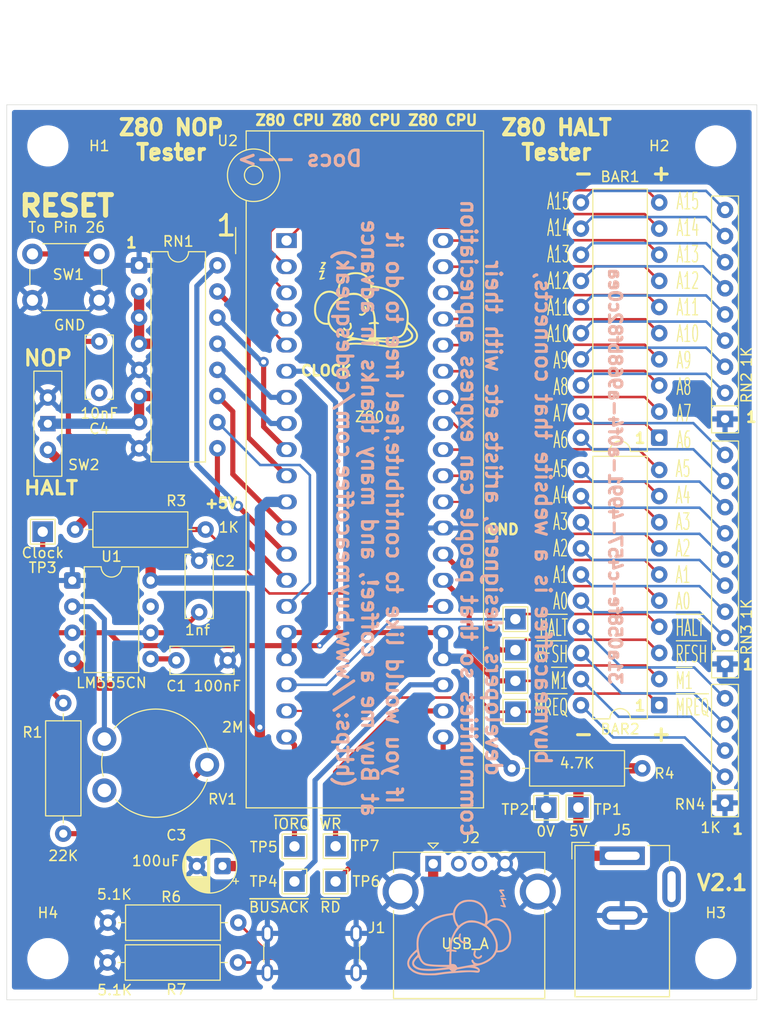
<source format=kicad_pcb>
(kicad_pcb (version 20241229) (generator "pcbnew") (generator_version "9.0")
  (title_block (title "Z80 HALT NOP Tester") (date "2026-01-31") (rev "2.1"))
  (layers (0 "F.Cu" signal) (2 "B.Cu" signal) (13 "F.Paste" user) (15 "B.Paste" user) (5 "F.SilkS" user "F.Silkscreen") (7 "B.SilkS" user "B.Silkscreen") (1 "F.Mask" user) (3 "B.Mask" user) (25 "Edge.Cuts" user))
  (net 0 "")
  (net 1 "Net-(RN2-R2)")
  (net 2 "Net-(RN2-R8)")
  (net 3 "Net-(U2-A14)")
  (net 4 "Net-(RN2-R6)")
  (net 5 "Net-(U2-A15)")
  (net 6 "Net-(RN2-R7)")
  (net 7 "Net-(RN2-R5)")
  (net 8 "Net-(U2-A13)")
  (net 9 "Net-(U2-A12)")
  (net 10 "Net-(RN2-R3)")
  (net 11 "Net-(U2-A8)")
  (net 12 "Net-(RN2-R1)")
  (net 13 "Net-(U2-A11)")
  (net 14 "Net-(U2-A9)")
  (net 15 "Net-(U2-A10)")
  (net 16 "Net-(RN2-R4)")
  (net 17 "Net-(RN3-R1)")
  (net 18 "Net-(U2-A5)")
  (net 19 "Net-(RN3-R5)")
  (net 20 "Net-(U2-A1)")
  (net 21 "Net-(RN3-R7)")
  (net 22 "Net-(RN3-R6)")
  (net 23 "Net-(RN3-R4)")
  (net 24 "Net-(RN3-R8)")
  (net 25 "Net-(U2-A3)")
  (net 26 "Net-(RN3-R2)")
  (net 27 "Net-(U2-A0)")
  (net 28 "Net-(U2-A6)")
  (net 29 "Net-(U2-A2)")
  (net 30 "Net-(U2-A4)")
  (net 31 "Net-(RN3-R3)")
  (net 32 "Net-(U2-A7)")
  (net 33 "Net-(U1-CV)")
  (net 34 "GND")
  (net 35 "Net-(R1-Pad2)")
  (net 37 "Net-(U1-THR)")
  (net 38 "Net-(U2-~{RESET})")
  (net 39 "HALT")
  (net 40 "Net-(U2-~{RD})")
  (net 41 "CLOCK")
  (net 42 "Net-(RN4-R2)")
  (net 43 "Net-(RN4-R4)")
  (net 44 "Net-(U2-~{BUSACK})")
  (net 45 "MREQ")
  (net 46 "Net-(U2-~{IORQ})")
  (net 47 "Net-(RN4-R1)")
  (net 48 "PWR")
  (net 49 "Net-(J1-CC1)")
  (net 50 "Net-(J1-CC2)")
  (net 53 "M1")
  (net 54 "Net-(RN4-R3)")
  (net 55 "RFSH")
  (net 56 "Net-(U2-~{BUSRQ})")
  (net 58 "Net-(U2-~{WR})")
  (net 59 "Net-(RN1-R2.1)")
  (net 60 "Net-(RN1-R2.2)")
  (net 61 "Net-(RN1-R1.2)")
  (net 62 "Net-(RN1-R6.2)")
  (net 63 "Net-(RN1-R3.2)")
  (net 64 "Net-(RN1-R5.2)")
  (net 65 "Net-(RN1-R7.2)")
  (net 66 "Net-(RN1-R4.2)")
  (net 67 "Net-(RN1-R8.2)")
  (net 68 "Net-(C4-Pad2)")
  (footprint "Connector_USB:USB_A_Kycon_KUSBX-AS1N-B_Horizontal" (layer "F.Cu") (at 152.5 181.7725)
    (property "Reference" "J2")
    (property "Value" "USB_A")
  )
  (footprint "TestPoint:TestPoint_THTPad_2.0x2.0mm_Drill1.0mm" (layer "F.Cu") (at 143 183.5)
    (property "Reference" "TP6")
    (property "Value" "~{RD}")
  )
  (footprint "TestPoint:TestPoint_THTPad_2.0x2.0mm_Drill1.0mm" (layer "F.Cu") (at 143 180.068481)
    (property "Reference" "TP7")
    (property "Value" "~{WR}")
  )
  (footprint "TestPoint:TestPoint_THTPad_2.0x2.0mm_Drill1.0mm" (layer "F.Cu") (at 160.5 164 180)
    (property "Reference" "TP10" (hide yes))
    (property "Value" "~{M1}")
  )
  (footprint "Package_DIP:DIP-16_W7.62mm" (layer "F.Cu") (at 123.88 123.61)
    (property "Reference" "RN1")
    (property "Value" "R_Pack08")
  )
  (footprint "Capacitor_THT:C_Disc_D6.0mm_W2.5mm_P5.00mm" (layer "F.Cu") (at 127.5 162)
    (property "Reference" "C1")
    (property "Value" "100nF")
  )
  (footprint "TestPoint:TestPoint_THTPad_2.0x2.0mm_Drill1.0mm" (layer "F.Cu") (at 160.5 167 180)
    (property "Reference" "TP9" (hide yes))
    (property "Value" "~{MREQ}")
  )
  (footprint "TestPoint:TestPoint_THTPad_2.0x2.0mm_Drill1.0mm" (layer "F.Cu") (at 139 183.5)
    (property "Reference" "TP4")
    (property "Value" "~{BUSACK}")
  )
  (footprint "Resistor_THT:R_Axial_DIN0309_L9.0mm_D3.2mm_P12.70mm_Horizontal" (layer "F.Cu") (at 160.15 172.5)
    (property "Reference" "R4")
    (property "Value" "4.7K")
  )
  (footprint "Resistor_THT:R_Axial_DIN0309_L9.0mm_D3.2mm_P12.70mm_Horizontal" (layer "F.Cu") (at 133.5 191.373394 180)
    (property "Reference" "R7")
    (property "Value" "5.1K")
  )
  (footprint "Capacitor_THT:CP_Radial_D5.0mm_P2.50mm" (layer "F.Cu") (at 132 182 180)
    (property "Reference" "C3")
    (property "Value" "100uF")
  )
  (footprint "Capacitor_THT:C_Disc_D6.0mm_W2.5mm_P5.00mm" (layer "F.Cu") (at 120 131 -90)
    (property "Reference" "C4")
    (property "Value" "10nF")
  )
  (footprint "80_Bus:DIP_Socket-40_W11.9_W12.7_W15.24_W17.78_W18.5_ZIF" (layer "F.Cu") (at 138.228304 121.200805)
    (property "Reference" "U2")
    (property "Value" "Z80")
  )
  (footprint "80_Bus:sleepymouse_very_very_small" (layer "F.Cu") (at 146 127.5)
    (property "Reference" "G001" (hide yes))
    (property "Value" "LOGO" (hide yes))
  )
  (footprint "Resistor_THT:R_Axial_DIN0309_L9.0mm_D3.2mm_P12.70mm_Horizontal" (layer "F.Cu") (at 116.5 166.15 -90)
    (property "Reference" "R1")
    (property "Value" "22K")
  )
  (footprint "Package_DIP:DIP-8_W7.62mm" (layer "F.Cu") (at 117.38 154.239613)
    (property "Reference" "U1")
    (property "Value" "LM555CN")
  )
  (footprint "Resistor_THT:R_Array_SIP5" (layer "F.Cu") (at 180.899268 175.851896 90)
    (property "Reference" "RN4")
    (property "Value" "1K")
  )
  (footprint "TestPoint:TestPoint_THTPad_2.0x2.0mm_Drill1.0mm" (layer "F.Cu") (at 160.5 158 180)
    (property "Reference" "TP8" (hide yes))
    (property "Value" "~{HALT}")
  )
  (footprint "Potentiometer_THT:Potentiometer_Piher_PT-10-V10_Vertical" (layer "F.Cu") (at 120.5 174.65)
    (property "Reference" "RV1")
    (property "Value" "2M")
  )
  (footprint "TestPoint:TestPoint_THTPad_2.0x2.0mm_Drill1.0mm" (layer "F.Cu") (at 163.5 176.328313)
    (property "Reference" "TP2")
    (property "Value" "0V")
  )
  (footprint "Connector_USB:USB_C_Receptacle_GCT_USB4125-xx-x-0190_6P_TopMnt_Horizontal" (layer "F.Cu") (at 140.68 191.539913)
    (property "Reference" "J1")
    (property "Value" "USB_C_Receptacle_PowerOnly_6P" (hide yes))
  )
  (footprint "Button_Switch_THT:SW_PUSH_6mm_H5mm" (layer "F.Cu") (at 113.5 122.5)
    (property "Reference" "SW1")
    (property "Value" "SW_Push")
  )
  (footprint "Capacitor_THT:C_Disc_D6.0mm_W2.5mm_P5.00mm" (layer "F.Cu") (at 129.725758 157.318268 90)
    (property "Reference" "C2")
    (property "Value" "1nf")
  )
  (footprint "Resistor_THT:R_Axial_DIN0309_L9.0mm_D3.2mm_P12.70mm_Horizontal" (layer "F.Cu") (at 130.35 149.28821 180)
    (property "Reference" "R3")
    (property "Value" "1K")
  )
  (footprint "MountingHole:MountingHole_3.5mm" (layer "F.Cu") (at 180 191)
    (property "Reference" "H3")
    (property "Value" "MountingHole")
  )
  (footprint "TestPoint:TestPoint_THTPad_2.0x2.0mm_Drill1.0mm" (layer "F.Cu") (at 160.5 161 180)
    (property "Reference" "TP11" (hide yes))
    (property "Value" "~{RFSH}")
  )
  (footprint "Resistor_THT:R_Axial_DIN0309_L9.0mm_D3.2mm_P12.70mm_Horizontal" (layer "F.Cu") (at 133.531749 187.5 180)
    (property "Reference" "R6")
    (property "Value" "5.1K")
  )
  (footprint "Connector_BarrelJack:BarrelJack_Wuerth_6941xx301002" (layer "F.Cu") (at 170.9 181)
    (property "Reference" "J5")
    (property "Value" "Barrel_Jack")
  )
  (footprint "TestPoint:TestPoint_THTPad_2.0x2.0mm_Drill1.0mm" (layer "F.Cu") (at 139 180.083474)
    (property "Reference" "TP5")
    (property "Value" "~{IORQ}")
  )
  (footprint "Resistor_THT:R_Array_SIP9" (layer "F.Cu") (at 180.905566 162.352881 90)
    (property "Reference" "RN3")
    (property "Value" "1K")
  )
  (footprint "MountingHole:MountingHole_3.5mm" (layer "F.Cu") (at 180 112)
    (property "Reference" "H2")
    (property "Value" "MountingHole")
  )
  (footprint "80_Bus:SW_Slide-03_Pin-2-Common_10x2.5x6.4_P2.54mm" (layer "F.Cu") (at 115 139 -90)
    (property "Reference" "SW2")
    (property "Value" "SW_SPDT")
  )
  (footprint "Package_DIP:DIP-20_W7.62mm" (layer "F.Cu") (at 174.5 166.36 180)
    (property "Reference" "BAR2")
    (property "Value" "LED_Bar_10")
  )
  (footprint "TestPoint:TestPoint_THTPad_2.0x2.0mm_Drill1.0mm" (layer "F.Cu") (at 114.5 149.5)
    (property "Reference" "TP3")
    (property "Value" "Clock")
  )
  (footprint "MountingHole:MountingHole_3.5mm" (layer "F.Cu") (at 115 191)
    (property "Reference" "H4")
    (property "Value" "MountingHole")
  )
  (footprint "MountingHole:MountingHole_3.5mm" (layer "F.Cu") (at 115 112)
    (property "Reference" "H1")
    (property "Value" "MountingHole")
  )
  (footprint "Resistor_THT:R_Array_SIP9" (layer "F.Cu") (at 180.905081 138.539142 90)
    (property "Reference" "RN2")
    (property "Value" "1K")
  )
  (footprint "Package_DIP:DIP-20_W7.62mm" (layer "F.Cu") (at 174.5 140.36 180)
    (property "Reference" "BAR1")
    (property "Value" "LED_Bar_10")
  )
  (footprint "TestPoint:TestPoint_THTPad_2.0x2.0mm_Drill1.0mm" (layer "F.Cu") (at 166.63258 176.307147)
    (property "Reference" "TP1")
    (property "Value" "5V")
  )
  (footprint "80_Bus:sleepymouse_very_very_small" (layer "B.Cu") (at 155 188.5 180)
    (property "Reference" "G002" (hide yes))
    (property "Value" "LOGO" (hide yes))
  )
  (gr_line (start 184 108) (end 184 195) (stroke (width 0.05)) (layer "Edge.Cuts"))
  (gr_line (start 111 195) (end 184 195) (stroke (width 0.05)) (layer "Edge.Cuts"))
  (gr_line (start 111 108) (end 111 195) (stroke (width 0.05)) (layer "Edge.Cuts"))
  (gr_line (start 111 108) (end 184 108) (stroke (width 0.05)) (layer "Edge.Cuts"))
  (gr_text "Z80 NOP\nTester" (at 127 113.5 0) (layer "F.SilkS") (effects (font (size 1.5 1.5) (thickness 0.375) (bold yes)) (justify bottom)))
  (gr_text "-     +" (at 166 170 0) (layer "F.SilkS") (effects (font (size 1.5 1.5) (thickness 0.3) (bold yes)) (justify left bottom)))
  (gr_text "NOP" (at 112.5 133.5 0) (layer "F.SilkS") (effects (font (size 1.5 1.5) (thickness 0.3) (bold yes)) (justify left bottom)))
  (gr_text "A5\nA4\nA3\nA2\nA1\nA0\n~{HALT}\n~{RFSH}\n~{M1}\n~{MREQ}\n" (at 165.7 167.5 0) (layer "F.SilkS") (effects (font (size 1.6 0.8) (thickness 0.125) (bold yes)) (justify right bottom)))
  (gr_text "V2.1" (at 178 184.5 0) (layer "F.SilkS") (effects (font (size 1.5 1.5) (thickness 0.3) (bold yes)) (justify left bottom)))
  (gr_text "HALT" (at 112.5 146 0) (layer "F.SilkS") (effects (font (size 1.3 1.5) (thickness 0.3) (bold yes)) (justify left bottom)))
  (gr_text "1" (at 182.5 163 0) (layer "F.SilkS") (effects (font (size 1 1) (thickness 0.25) (bold yes)) (justify left bottom)))
  (gr_text "1" (at 181.5 179 0) (layer "F.SilkS") (effects (font (size 1 1) (thickness 0.25) (bold yes)) (justify left bottom)))
  (gr_text "A5\nA4\nA3\nA2\nA1\nA0\n~{HALT}\n~{RFSH}\n~{M1}\n~{MREQ}\n" (at 176.003407 167.5 0) (layer "F.SilkS") (effects (font (size 1.6 0.8) (thickness 0.125) (bold yes)) (justify left bottom)))
  (gr_text "1" (at 182.82643 138.950592 0) (layer "F.SilkS") (effects (font (size 1 1) (thickness 0.25) (bold yes)) (justify left bottom)))
  (gr_text "1" (at 172 141 0) (layer "F.SilkS") (effects (font (size 1 1) (thickness 0.25) (bold yes)) (justify left bottom)))
  (gr_text "1" (at 172 167 0) (layer "F.SilkS") (effects (font (size 1 1) (thickness 0.25) (bold yes)) (justify left bottom)))
  (gr_text "A15\nA14\nA13\nA12\nA11\nA10\nA9\nA8\nA7\nA6" (at 176.084959 141.5 0) (layer "F.SilkS") (effects (font (size 1.6 0.8) (thickness 0.125) (bold yes)) (justify left bottom)))
  (gr_text "-     +" (at 166 115.5 0) (layer "F.SilkS") (effects (font (size 1.5 1.5) (thickness 0.3) (bold yes)) (justify left bottom)))
  (gr_text "GND" (at 115.5 130 0) (layer "F.SilkS") (effects (font (size 1 1)) (justify left bottom)))
  (gr_text "RESET" (at 112 119 0) (layer "F.SilkS") (effects (font (size 2 2) (thickness 0.5) (bold yes)) (justify left bottom)))
  (gr_text "GND" (at 157.593617 149.865284 0) (layer "F.SilkS") (effects (font (size 1 1) (thickness 0.25) (bold yes)) (justify left bottom)))
  (gr_text "1" (at 131.212646 120.917795 0) (layer "F.SilkS") (effects (font (size 2 2) (thickness 0.3) (bold yes)) (justify left bottom)))
  (gr_text "+5V" (at 130.170674 147.309497 0) (layer "F.SilkS") (effects (font (size 1 1) (thickness 0.25) (bold yes)) (justify left bottom)))
  (gr_text "1" (at 122.5 122 0) (layer "F.SilkS") (effects (font (size 1 1) (thickness 0.25) (bold yes)) (justify left bottom)))
  (gr_text "CLOCK" (at 139.5 134.428048 0) (layer "F.SilkS") (effects (font (size 1 1) (thickness 0.25) (bold yes)) (justify left bottom)))
  (gr_text "Z80 HALT\nTester" (at 164.5 113.5 0) (layer "F.SilkS") (effects (font (size 1.5 1.5) (thickness 0.375) (bold yes)) (justify bottom)))
  (gr_text "To Pin 26" (at 113 120.5 0) (layer "F.SilkS") (effects (font (size 1 1)) (justify left bottom)))
  (gr_text "Z80 CPU Z80 CPU Z80 CPU" (at 146 109.5 0) (layer "F.SilkS") (effects (font (size 1 1) (thickness 0.25) (bold yes))))
  (gr_text "A15\nA14\nA13\nA12\nA11\nA10\n A9\n A8\n A7\n A6" (at 163.5 141.5 0) (layer "F.SilkS") (effects (font (size 1.6 0.8) (thickness 0.125) (bold yes)) (justify left bottom)))
  (gr_text "Docs -->" (at 145.74978 114.103638 0) (layer "B.SilkS") (effects (font (size 1.5 1.5) (thickness 0.3) (bold yes)) (justify left bottom mirror)))
  (gr_text "buymeacoffee is a website that connects,\n\ndevelopers, designers, artists etc with their\ncommunities so that people can express appreciation\n\n\nIf you would like to contribute,feel free to do it\nat Buy me a coffee!, and many thanks in advance\n(https://www.buymeacoffee.com/codesqueak)\n" (at 143 148.178393 270) (layer "B.SilkS") (effects (font (size 1.5 1.5) (thickness 0.3) (bold yes)) (justify bottom mirror)))
  (gr_text "31a058fe-c457-4991-a0f4-a968bf82c0ea" (at 169.5 164.5 270) (layer "B.SilkS") (effects (font (size 1.2 1.2) (thickness 0.3) (bold yes)) (justify left bottom mirror)))
  (segment (start 179.059939 131.614) (end 180.905081 133.459142) (width 0.25) (layer "B.Cu") (net 1))
  (segment (start 168.006 131.614) (end 179.059939 131.614) (width 0.25) (layer "B.Cu") (net 1))
  (segment (start 166.88 132.74) (end 168.006 131.614) (width 0.25) (layer "B.Cu") (net 1))
  (segment (start 168.006 116.374) (end 179.059939 116.374) (width 0.25) (layer "B.Cu") (net 2))
  (segment (start 166.88 117.5) (end 168.006 116.374) (width 0.25) (layer "B.Cu") (net 2))
  (segment (start 179.059939 116.374) (end 180.905081 118.219142) (width 0.25) (layer "B.Cu") (net 2))
  (segment (start 134.85624 125.448741) (end 134.85624 118.618948) (width 0.25) (layer "F.Cu") (net 3))
  (segment (start 163.483554 117.222776) (end 164.886778 118.626) (width 0.25) (layer "F.Cu") (net 3))
  (segment (start 136.252412 117.222776) (end 163.483554 117.222776) (width 0.25) (layer "F.Cu") (net 3))
  (segment (start 134.85624 118.618948) (end 136.252412 117.222776) (width 0.25) (layer "F.Cu") (net 3))
  (segment (start 138.228304 128.820805) (end 134.85624 125.448741) (width 0.25) (layer "F.Cu") (net 3))
  (segment (start 173.086 118.626) (end 174.5 120.04) (width 0.25) (layer "F.Cu") (net 3))
  (segment (start 164.886778 118.626) (end 173.086 118.626) (width 0.25) (layer "F.Cu") (net 3))
  (segment (start 168.006 121.454) (end 179.059939 121.454) (width 0.25) (layer "B.Cu") (net 4))
  (segment (start 166.88 122.58) (end 168.006 121.454) (width 0.25) (layer "B.Cu") (net 4))
  (segment (start 179.059939 121.454) (end 180.905081 123.299142) (width 0.25) (layer "B.Cu") (net 4))
  (segment (start 173.306967 116.306967) (end 174.5 117.5) (width 0.25) (layer "F.Cu") (net 5))
  (segment (start 133.727087 118.542846) (end 135.962966 116.306967) (width 0.25) (layer "F.Cu") (net 5))
  (segment (start 135.962966 116.306967) (end 173.306967 116.306967) (width 0.25) (layer "F.Cu") (net 5))
  (segment (start 133.727087 126.859588) (end 133.727087 118.542846) (width 0.25) (layer "F.Cu") (net 5))
  (segment (start 138.228304 131.360805) (end 133.727087 126.859588) (width 0.25) (layer "F.Cu") (net 5))
  (segment (start 166.88 120.04) (end 168.006 118.914) (width 0.25) (layer "B.Cu") (net 6))
  (segment (start 179.059939 118.914) (end 180.905081 120.759142) (width 0.25) (layer "B.Cu") (net 6))
  (segment (start 168.006 118.914) (end 179.059939 118.914) (width 0.25) (layer "B.Cu") (net 6))
  (segment (start 166.88 125.12) (end 168.294 123.706) (width 0.25) (layer "B.Cu") (net 7))
  (segment (start 168.294 123.706) (end 178.771939 123.706) (width 0.25) (layer "B.Cu") (net 7))
  (segment (start 178.771939 123.706) (end 180.905081 125.839142) (width 0.25) (layer "B.Cu") (net 7))
  (segment (start 135.744753 120.001078) (end 137.612652 118.133179) (width 0.25) (layer "F.Cu") (net 8))
  (segment (start 173.086 121.166) (end 174.5 122.58) (width 0.25) (layer "F.Cu") (net 8))
  (segment (start 164.886778 121.166) (end 173.086 121.166) (width 0.25) (layer "F.Cu") (net 8))
  (segment (start 137.612652 118.133179) (end 161.853957 118.133179) (width 0.25) (layer "F.Cu") (net 8))
  (segment (start 135.744753 123.797254) (end 135.744753 120.001078) (width 0.25) (layer "F.Cu") (net 8))
  (segment (start 138.228304 126.280805) (end 135.744753 123.797254) (width 0.25) (layer "F.Cu") (net 8))
  (segment (start 161.853957 118.133179) (end 164.886778 121.166) (width 0.25) (layer "F.Cu") (net 8))
  (segment (start 160.226451 119.045673) (end 164.886778 123.706) (width 0.25) (layer "F.Cu") (net 9))
  (segment (start 173.086 123.706) (end 174.5 125.12) (width 0.25) (layer "F.Cu") (net 9))
  (segment (start 136.662863 120.339438) (end 137.956628 119.045673) (width 0.25) (layer "F.Cu") (net 9))
  (segment (start 136.662863 122.175364) (end 136.662863 120.339438) (width 0.25) (layer "F.Cu") (net 9))
  (segment (start 137.956628 119.045673) (end 160.226451 119.045673) (width 0.25) (layer "F.Cu") (net 9))
  (segment (start 164.886778 123.706) (end 173.086 123.706) (width 0.25) (layer "F.Cu") (net 9))
  (segment (start 138.228304 123.740805) (end 136.662863 122.175364) (width 0.25) (layer "F.Cu") (net 9))
  (segment (start 179.059939 129.074) (end 180.905081 130.919142) (width 0.25) (layer "B.Cu") (net 10))
  (segment (start 168.006 129.074) (end 179.059939 129.074) (width 0.25) (layer "B.Cu") (net 10))
  (segment (start 166.88 130.2) (end 168.006 129.074) (width 0.25) (layer "B.Cu") (net 10))
  (segment (start 153.468304 126.280805) (end 157.301583 126.280805) (width 0.25) (layer "F.Cu") (net 11))
  (segment (start 157.301583 126.280805) (end 164.886778 133.866) (width 0.25) (layer "F.Cu") (net 11))
  (segment (start 164.886778 133.866) (end 173.086 133.866) (width 0.25) (layer "F.Cu") (net 11))
  (segment (start 173.086 133.866) (end 174.5 135.28) (width 0.25) (layer "F.Cu") (net 11))
  (segment (start 168.006 134.154) (end 179.059939 134.154) (width 0.25) (layer "B.Cu") (net 12))
  (segment (start 179.059939 134.154) (end 180.905081 135.999142) (width 0.25) (layer "B.Cu") (net 12))
  (segment (start 166.88 135.28) (end 168.006 134.154) (width 0.25) (layer "B.Cu") (net 12))
  (segment (start 139.479304 119.949805) (end 158.590583 119.949805) (width 0.25) (layer "F.Cu") (net 13))
  (segment (start 173.34 126.5) (end 174.5 127.66) (width 0.25) (layer "F.Cu") (net 13))
  (segment (start 165.140778 126.5) (end 173.34 126.5) (width 0.25) (layer "F.Cu") (net 13))
  (segment (start 158.590583 119.949805) (end 165.140778 126.5) (width 0.25) (layer "F.Cu") (net 13))
  (segment (start 138.228304 121.200805) (end 139.479304 119.949805) (width 0.25) (layer "F.Cu") (net 13))
  (segment (start 157.301583 123.740805) (end 164.886778 131.326) (width 0.25) (layer "F.Cu") (net 14))
  (segment (start 153.468304 123.740805) (end 157.301583 123.740805) (width 0.25) (layer "F.Cu") (net 14))
  (segment (start 164.886778 131.326) (end 173.086 131.326) (width 0.25) (layer "F.Cu") (net 14))
  (segment (start 173.086 131.326) (end 174.5 132.74) (width 0.25) (layer "F.Cu") (net 14))
  (segment (start 173.15 128.85) (end 174.5 130.2) (width 0.25) (layer "F.Cu") (net 15))
  (segment (start 164.950778 128.85) (end 173.15 128.85) (width 0.25) (layer "F.Cu") (net 15))
  (segment (start 153.468304 121.200805) (end 157.301583 121.200805) (width 0.25) (layer "F.Cu") (net 15))
  (segment (start 157.301583 121.200805) (end 164.950778 128.85) (width 0.25) (layer "F.Cu") (net 15))
  (segment (start 168.006 126.534) (end 179.059939 126.534) (width 0.25) (layer "B.Cu") (net 16))
  (segment (start 166.88 127.66) (end 168.006 126.534) (width 0.25) (layer "B.Cu") (net 16))
  (segment (start 179.059939 126.534) (end 180.905081 128.379142) (width 0.25) (layer "B.Cu") (net 16))
  (segment (start 168.006 157.326) (end 178.418685 157.326) (width 0.25) (layer "B.Cu") (net 17))
  (segment (start 166.88 156.2) (end 168.006 157.326) (width 0.25) (layer "B.Cu") (net 17))
  (segment (start 178.418685 157.326) (end 180.905566 159.812881) (width 0.25) (layer "B.Cu") (net 17))
  (segment (start 164.173547 141.486) (end 172.486 141.486) (width 0.25) (layer "F.Cu") (net 18))
  (segment (start 172.486 141.486) (end 174.5 143.5) (width 0.25) (layer "F.Cu") (net 18))
  (segment (start 156.588352 133.900805) (end 164.173547 141.486) (width 0.25) (layer "F.Cu") (net 18))
  (segment (start 153.468304 133.900805) (end 156.588352 133.900805) (width 0.25) (layer "F.Cu") (net 18))
  (segment (start 178.418685 147.166) (end 180.905566 149.652881) (width 0.25) (layer "B.Cu") (net 19))
  (segment (start 166.88 146.04) (end 168.006 147.166) (width 0.25) (layer "B.Cu") (net 19))
  (segment (start 168.006 147.166) (end 178.418685 147.166) (width 0.25) (layer "B.Cu") (net 19))
  (segment (start 155.560805 144.060805) (end 163.746 152.246) (width 0.25) (layer "F.Cu") (net 20))
  (segment (start 173.086 152.246) (end 174.5 153.66) (width 0.25) (layer "F.Cu") (net 20))
  (segment (start 163.746 152.246) (end 173.086 152.246) (width 0.25) (layer "F.Cu") (net 20))
  (segment (start 153.468304 144.060805) (end 155.560805 144.060805) (width 0.25) (layer "F.Cu") (net 20))
  (segment (start 168.006 141.486) (end 177.818685 141.486) (width 0.25) (layer "B.Cu") (net 21))
  (segment (start 177.818685 141.486) (end 180.905566 144.572881) (width 0.25) (layer "B.Cu") (net 21))
  (segment (start 166.88 140.36) (end 168.006 141.486) (width 0.25) (layer "B.Cu") (net 21))
  (segment (start 168.006 144.626) (end 178.418685 144.626) (width 0.25) (layer "B.Cu") (net 22))
  (segment (start 178.418685 144.626) (end 180.905566 147.112881) (width 0.25) (layer "B.Cu") (net 22))
  (segment (start 166.88 143.5) (end 168.006 144.626) (width 0.25) (layer "B.Cu") (net 22))
  (segment (start 168.006 149.706) (end 178.418685 149.706) (width 0.25) (layer "B.Cu") (net 23))
  (segment (start 166.88 148.58) (end 168.006 149.706) (width 0.25) (layer "B.Cu") (net 23))
  (segment (start 178.418685 149.706) (end 180.905566 152.192881) (width 0.25) (layer "B.Cu") (net 23))
  (segment (start 177.818685 138.946) (end 180.905566 142.032881) (width 0.25) (layer "B.Cu") (net 24))
  (segment (start 166.88 137.82) (end 168.006 138.946) (width 0.25) (layer "B.Cu") (net 24))
  (segment (start 168.006 138.946) (end 177.818685 138.946) (width 0.25) (layer "B.Cu") (net 24))
  (segment (start 173.086 147.166) (end 174.5 148.58) (width 0.25) (layer "F.Cu") (net 25))
  (segment (start 153.468304 138.980805) (end 154.480805 138.980805) (width 0.25) (layer "F.Cu") (net 25))
  (segment (start 162.666 147.166) (end 173.086 147.166) (width 0.25) (layer "F.Cu") (net 25))
  (segment (start 154.480805 138.980805) (end 162.666 147.166) (width 0.25) (layer "F.Cu") (net 25))
  (segment (start 166.88 153.66) (end 168.006 154.786) (width 0.25) (layer "B.Cu") (net 26))
  (segment (start 178.418685 154.786) (end 180.905566 157.272881) (width 0.25) (layer "B.Cu") (net 26))
  (segment (start 168.006 154.786) (end 178.418685 154.786) (width 0.25) (layer "B.Cu") (net 26))
  (segment (start 164.773547 154.786) (end 173.086 154.786) (width 0.25) (layer "F.Cu") (net 27))
  (segment (start 156.588352 146.600805) (end 164.773547 154.786) (width 0.25) (layer "F.Cu") (net 27))
  (segment (start 173.086 154.786) (end 174.5 156.2) (width 0.25) (layer "F.Cu") (net 27))
  (segment (start 153.468304 146.600805) (end 156.588352 146.600805) (width 0.2) (layer "F.Cu") (net 27))
  (segment (start 173.14 139) (end 174.5 140.36) (width 0.25) (layer "F.Cu") (net 28))
  (segment (start 164.940778 139) (end 173.14 139) (width 0.25) (layer "F.Cu") (net 28))
  (segment (start 153.468304 131.360805) (end 157.301583 131.360805) (width 0.25) (layer "F.Cu") (net 28))
  (segment (start 157.301583 131.360805) (end 164.940778 139) (width 0.25) (layer "F.Cu") (net 28))
  (segment (start 163.206 149.706) (end 173.086 149.706) (width 0.25) (layer "F.Cu") (net 29))
  (segment (start 155.020805 141.520805) (end 163.206 149.706) (width 0.25) (layer "F.Cu") (net 29))
  (segment (start 173.086 149.706) (end 174.5 151.12) (width 0.25) (layer "F.Cu") (net 29))
  (segment (start 153.468304 141.520805) (end 155.020805 141.520805) (width 0.25) (layer "F.Cu") (net 29))
  (segment (start 153.468304 136.440805) (end 153.940805 136.440805) (width 0.25) (layer "F.Cu") (net 30))
  (segment (start 173.086 144.626) (end 174.5 146.04) (width 0.25) (layer "F.Cu") (net 30))
  (segment (start 162.126 144.626) (end 173.086 144.626) (width 0.25) (layer "F.Cu") (net 30))
  (segment (start 153.940805 136.440805) (end 162.126 144.626) (width 0.25) (layer "F.Cu") (net 30))
  (segment (start 166.88 151.12) (end 168.006 152.246) (width 0.25) (layer "B.Cu") (net 31))
  (segment (start 178.418685 152.246) (end 180.905566 154.732881) (width 0.25) (layer "B.Cu") (net 31))
  (segment (start 168.006 152.246) (end 178.418685 152.246) (width 0.25) (layer "B.Cu") (net 31))
  (segment (start 153.468304 128.820805) (end 157.301583 128.820805) (width 0.25) (layer "F.Cu") (net 32))
  (segment (start 157.301583 128.820805) (end 164.886778 136.406) (width 0.25) (layer "F.Cu") (net 32))
  (segment (start 173.086 136.406) (end 174.5 137.82) (width 0.25) (layer "F.Cu") (net 32))
  (segment (start 164.886778 136.406) (end 173.086 136.406) (width 0.25) (layer "F.Cu") (net 32))
  (segment (start 127.359613 161.859613) (end 127.5 162) (width 0.5) (layer "F.Cu") (net 33))
  (segment (start 125 161.859613) (end 127.359613 161.859613) (width 0.5) (layer "F.Cu") (net 33))
  (segment (start 137.93 188.459913) (end 136.44 188.459913) (width 0.25) (layer "F.Cu") (net 34))
  (segment (start 143.43 188.459913) (end 144.92 188.459913) (width 0.25) (layer "F.Cu") (net 34))
  (segment (start 123.8 178.85) (end 116.5 178.85) (width 0.5) (layer "F.Cu") (net 35))
  (segment (start 130.5 172.15) (end 123.8 178.85) (width 0.5) (layer "F.Cu") (net 35))
  (segment (start 127.724413 159.319613) (end 129.725758 157.318268) (width 0.5) (layer "F.Cu") (net 37))
  (segment (start 125 159.319613) (end 127.724413 159.319613) (width 0.5) (layer "F.Cu") (net 37))
  (segment (start 120.5 158) (end 120.5 159.5) (width 0.5) (layer "B.Cu") (net 37))
  (segment (start 117.38 156.779613) (end 119.279613 156.779613) (width 0.5) (layer "B.Cu") (net 37))
  (segment (start 120.5 159.5) (end 120.5 169.65) (width 0.5) (layer "B.Cu") (net 37))
  (segment (start 125 159.319613) (end 120.680387 159.319613) (width 0.5) (layer "B.Cu") (net 37))
  (segment (start 120.680387 159.319613) (end 120.5 159.5) (width 0.5) (layer "B.Cu") (net 37))
  (segment (start 119.279613 156.779613) (end 120.5 158) (width 0.5) (layer "B.Cu") (net 37))
  (segment (start 117 122.5) (end 120 122.5) (width 0.5) (layer "F.Cu") (net 38))
  (segment (start 130.35 149.28821) (end 136.56179 155.5) (width 0.25) (layer "F.Cu") (net 38))
  (segment (start 126.28821 149.28821) (end 117 140) (width 0.5) (layer "F.Cu") (net 38))
  (segment (start 113.5 122.5) (end 117 122.5) (width 0.5) (layer "F.Cu") (net 38))
  (segment (start 145 155.5) (end 146.260805 156.760805) (width 0.25) (layer "F.Cu") (net 38))
  (segment (start 130.35 149.28821) (end 126.28821 149.28821) (width 0.5) (layer "F.Cu") (net 38))
  (segment (start 117 140) (end 117 131) (width 0.5) (layer "F.Cu") (net 38))
  (segment (start 136.56179 155.5) (end 145 155.5) (width 0.25) (layer "F.Cu") (net 38))
  (segment (start 146.260805 156.760805) (end 153.468304 156.760805) (width 0.25) (layer "F.Cu") (net 38))
  (segment (start 120 131) (end 117 131) (width 0.5) (layer "F.Cu") (net 38))
  (segment (start 117 131) (end 117 122.5) (width 0.5) (layer "F.Cu") (net 38))
  (segment (start 160.5 158) (end 161 157.5) (width 0.25) (layer "F.Cu") (net 39))
  (segment (start 174.5 158.74) (end 173.26 157.5) (width 0.25) (layer "F.Cu") (net 39))
  (segment (start 161 157.5) (end 173.26 157.5) (width 0.25) (layer "F.Cu") (net 39))
  (segment (start 142.119195 164.380805) (end 148.5 158) (width 0.25) (layer "B.Cu") (net 39))
  (segment (start 148.5 158) (end 160.5 158) (width 0.25) (layer "B.Cu") (net 39))
  (segment (start 138.228304 164.380805) (end 142.119195 164.380805) (width 0.25) (layer "B.Cu") (net 39))
  (segment (start 153.468304 169.460805) (end 153.468304 173.031696) (width 0.5) (layer "F.Cu") (net 40))
  (segment (start 153.468304 173.031696) (end 143 183.5) (width 0.5) (layer "F.Cu") (net 40))
  (segment (start 117.38 159.319613) (end 114.680387 159.319613) (width 0.5) (layer "F.Cu") (net 41))
  (segment (start 114.5 149.5) (end 114.5 159.5) (width 0.5) (layer "F.Cu") (net 41))
  (segment (start 122.214773 160.573876) (end 141.445504 160.573876) (width 0.5) (layer "F.Cu") (net 41))
  (segment (start 114.680387 159.319613) (end 114.5 159.5) (width 0.5) (layer "F.Cu") (net 41))
  (segment (start 141.445504 160.573876) (end 141.465099 160.554281) (width 0.5) (layer "F.Cu") (net 41))
  (segment (start 114.5 159.5) (end 114.5 164.15) (width 0.5) (layer "F.Cu") (net 41))
  (segment (start 122.214773 160.573876) (end 120.96051 159.319613) (width 0.5) (layer "F.Cu") (net 41))
  (segment (start 120.96051 159.319613) (end 117.38 159.319613) (width 0.5) (layer "F.Cu") (net 41))
  (segment (start 114.5 164.15) (end 116.5 166.15) (width 0.5) (layer "F.Cu") (net 41))
  (via (at 141.465099 160.554281) (size 0.6) (drill 0.3) (layers "F.Cu" "B.Cu") (net 41))
  (segment (start 143 136.903854) (end 139.996951 133.900805) (width 0.5) (layer "B.Cu") (net 41))
  (segment (start 141.465099 160.554281) (end 143 159.01938) (width 0.5) (layer "B.Cu") (net 41))
  (segment (start 143 159.01938) (end 143 136.903854) (width 0.5) (layer "B.Cu") (net 41))
  (segment (start 139.996951 133.900805) (end 138.228304 133.900805) (width 0.5) (layer "B.Cu") (net 41))
  (segment (start 170.546 167.486) (end 177.613372 167.486) (width 0.25) (layer "B.Cu") (net 42))
  (segment (start 177.613372 167.486) (end 180.899268 170.771896) (width 0.25) (layer "B.Cu") (net 42))
  (segment (start 166.88 163.82) (end 170.546 167.486) (width 0.25) (layer "B.Cu") (net 42))
  (segment (start 166.88 158.74) (end 170.834 162.694) (width 0.25) (layer "B.Cu") (net 43))
  (segment (start 170.834 162.694) (end 177.901372 162.694) (width 0.25) (layer "B.Cu") (net 43))
  (segment (start 177.901372 162.694) (end 180.899268 165.691896) (width 0.25) (layer "B.Cu") (net 43))
  (segment (start 141 173.653029) (end 141 181.5) (width 0.5) (layer "B.Cu") (net 44))
  (segment (start 150.272224 164.380805) (end 141 173.653029) (width 0.5) (layer "B.Cu") (net 44))
  (segment (start 153.468304 164.380805) (end 150.272224 164.380805) (width 0.5) (layer "B.Cu") (net 44))
  (segment (start 141 181.5) (end 139 183.5) (width 0.5) (layer "B.Cu") (net 44))
  (segment (start 138.228304 166.920805) (end 145.039279 166.920805) (width 0.2) (layer "F.Cu") (net 45))
  (segment (start 160.5 167) (end 158.261968 167) (width 0.25) (layer "F.Cu") (net 45))
  (segment (start 162.5 167) (end 164.266 165.234) (width 0.25) (layer "F.Cu") (net 45))
  (segment (start 160.5 167) (end 162.5 167) (width 0.25) (layer "F.Cu") (net 45))
  (segment (start 156.880984 165.619016) (end 146.341068 165.619016) (width 0.25) (layer "F.Cu") (net 45))
  (segment (start 164.266 165.234) (end 173.374 165.234) (width 0.25) (layer "F.Cu") (net 45))
  (segment (start 145.039279 166.920805) (end 146.341068 165.619016) (width 0.2) (layer "F.Cu") (net 45))
  (segment (start 173.374 165.234) (end 174.5 166.36) (width 0.25) (layer "F.Cu") (net 45))
  (segment (start 158.261968 167) (end 156.880984 165.619016) (width 0.25) (layer "F.Cu") (net 45))
  (segment (start 139 170.232501) (end 138.228304 169.460805) (width 0.5) (layer "F.Cu") (net 46))
  (segment (start 139 180.083474) (end 139 170.232501) (width 0.5) (layer "F.Cu") (net 46))
  (segment (start 170.02 169.5) (end 177 169.5) (width 0.25) (layer "B.Cu") (net 47))
  (segment (start 180.811896 173.311896) (end 180.899268 173.311896) (width 0.25) (layer "B.Cu") (net 47))
  (segment (start 166.88 166.36) (end 170.02 169.5) (width 0.25) (layer "B.Cu") (net 47))
  (segment (start 177 169.5) (end 180.811896 173.311896) (width 0.25) (layer "B.Cu") (net 47))
  (segment (start 170.9 181) (end 166.63258 181) (width 1) (layer "F.Cu") (net 48))
  (segment (start 142.2 186.082408) (end 142.207168 186.07524) (width 0.5) (layer "F.Cu") (net 48))
  (segment (start 117.65 149.28821) (end 120.16821 146.77) (width 1) (layer "F.Cu") (net 48))
  (segment (start 135.63193 182) (end 135.63193 184.948161) (width 1) (layer "F.Cu") (net 48))
  (segment (start 119.985612 164.465225) (end 117.38 161.859613) (width 1) (layer "F.Cu") (net 48))
  (segment (start 166.63258 186.86742) (end 164.734311 188.765689) (width 1) (layer "F.Cu") (net 48))
  (segment (start 166.63258 176.307147) (end 166.63258 181) (width 1) (layer "F.Cu") (net 48))
  (segment (start 145.39664 186.061129) (end 148.1012 188.765689) (width 1) (layer "F.Cu") (net 48))
  (segment (start 166.63258 181) (end 166.63258 186.86742) (width 1) (layer "F.Cu") (net 48))
  (segment (start 132 182) (end 135.63193 182) (width 1) (layer "F.Cu") (net 48))
  (segment (start 172.85 172.5) (end 168.5 172.5) (width 1) (layer "F.Cu") (net 48))
  (segment (start 135.63193 168.5) (end 135.63193 182) (width 1) (layer "F.Cu") (net 48))
  (segment (start 166.63258 174.36742) (end 166.63258 176.307147) (width 1) (layer "F.Cu") (net 48))
  (segment (start 148.1012 188.765689) (end 164.734311 188.765689) (width 1) (layer "F.Cu") (net 48))
  (segment (start 135.63193 184.948161) (end 136.759009 186.07524) (width 1) (layer "F.Cu") (net 48))
  (segment (start 152.5 181.782408) (end 152.5 188.661876) (width 1) (layer "F.Cu") (net 48))
  (segment (start 145.15631 186.07524) (end 145.170421 186.061129) (width 1) (layer "F.Cu") (net 48))
  (segment (start 142.2 188.459913) (end 142.2 186.082408) (width 0.5) (layer "F.Cu") (net 48))
  (segment (start 115 141.54) (end 120.23 146.77) (width 1) (layer "F.Cu") (net 48))
  (segment (start 120.23 146.77) (end 125 151.54) (width 1) (layer "F.Cu") (net 48))
  (segment (start 131.597155 164.465225) (end 119.985612 164.465225) (width 1) (layer "F.Cu") (net 48))
  (segment (start 135.63193 168.5) (end 131.597155 164.465225) (width 1) (layer "F.Cu") (net 48))
  (segment (start 120.16821 146.77) (end 120.23 146.77) (width 1) (layer "F.Cu") (net 48))
  (segment (start 168.5 172.5) (end 166.63258 174.36742) (width 1) (layer "F.Cu") (net 48))
  (segment (start 125 151.54) (end 125 154.239613) (width 1) (layer "F.Cu") (net 48))
  (segment (start 136.759009 186.07524) (end 145.15631 186.07524) (width 1) (layer "F.Cu") (net 48))
  (segment (start 139.145223 187.859913) (end 139.145223 186.103379) (width 0.5) (layer "F.Cu") (net 48))
  (via (at 135.63193 168.5) (size 1) (drill 0.5) (layers "F.Cu" "B.Cu") (net 48))
  (segment (start 135.592176 154.239613) (end 135.63193 154.279367) (width 1) (layer "B.Cu") (net 48))
  (segment (start 135.63193 154.279367) (end 135.63193 147.345072) (width 1) (layer "B.Cu") (net 48))
  (segment (start 125.908166 154.239613) (end 135.592176 154.239613) (width 1) (layer "B.Cu") (net 48))
  (segment (start 136.376197 146.600805) (end 138.228304 146.600805) (width 1) (layer "B.Cu") (net 48))
  (segment (start 135.63193 168.5) (end 135.63193 154.279367) (width 1) (layer "B.Cu") (net 48))
  (segment (start 135.63193 147.345072) (end 136.376197 146.600805) (width 1) (layer "B.Cu") (net 48))
  (segment (start 136.127803 190.127803) (end 139.688369 190.127803) (width 0.25) (layer "F.Cu") (net 49))
  (segment (start 140.18 189.636172) (end 140.18 188.459913) (width 0.25) (layer "F.Cu") (net 49))
  (segment (start 133.531749 187.531749) (end 136.127803 190.127803) (width 0.25) (layer "F.Cu") (net 49))
  (segment (start 139.688369 190.127803) (end 140.18 189.636172) (width 0.25) (layer "F.Cu") (net 49))
  (segment (start 133.531749 187.5) (end 133.531749 187.531749) (width 0.25) (layer "F.Cu") (net 49))
  (segment (start 135 191.373394) (end 133.5 191.373394) (width 0.25) (layer "F.Cu") (net 50))
  (segment (start 140.114359 191) (end 135.373394 191) (width 0.25) (layer "F.Cu") (net 50))
  (segment (start 141.18 189.934359) (end 141.18 188.459913) (width 0.25) (layer "F.Cu") (net 50))
  (segment (start 140.114359 191) (end 141.18 189.934359) (width 0.25) (layer "F.Cu") (net 50))
  (segment (start 135.373394 191) (end 135 191.373394) (width 0.25) (layer "F.Cu") (net 50))
  (segment (start 173.18 162.5) (end 174.5 163.82) (width 0.25) (layer "F.Cu") (net 53))
  (segment (start 156 156.752501) (end 153.468304 154.220805) (width 0.5) (layer "F.Cu") (net 53))
  (segment (start 160.5 164) (end 162.5 164) (width 0.25) (layer "F.Cu") (net 53))
  (segment (start 162.5 164) (end 164 162.5) (width 0.25) (layer "F.Cu") (net 53))
  (segment (start 158.5 164) (end 156 161.5) (width 0.5) (layer "F.Cu") (net 53))
  (segment (start 156 161.5) (end 156 156.752501) (width 0.5) (layer "F.Cu") (net 53))
  (segment (start 164 162.5) (end 173.18 162.5) (width 0.25) (layer "F.Cu") (net 53))
  (segment (start 160.5 164) (end 158.5 164) (width 0.5) (layer "F.Cu") (net 53))
  (segment (start 177.88197 165.214598) (end 170.814598 165.214598) (width 0.25) (layer "B.Cu") (net 54))
  (segment (start 180.899268 168.231896) (end 177.88197 165.214598) (width 0.25) (layer "B.Cu") (net 54))
  (segment (start 170.814598 165.214598) (end 166.88 161.28) (width 0.25) (layer "B.Cu") (net 54))
  (segment (start 153.468304 151.594554) (end 158 156.12625) (width 0.5) (layer "F.Cu") (net 55))
  (segment (start 160.5 161) (end 161.5 160) (width 0.25) (layer "F.Cu") (net 55))
  (segment (start 161.5 160) (end 173.22 160) (width 0.25) (layer "F.Cu") (net 55))
  (segment (start 173.22 160) (end 174.5 161.28) (width 0.25) (layer "F.Cu") (net 55))
  (segment (start 158 156.12625) (end 158 160) (width 0.5) (layer "F.Cu") (net 55))
  (segment (start 159 161) (end 160.5 161) (width 0.5) (layer "F.Cu") (net 55))
  (segment (start 158 160) (end 159 161) (width 0.5) (layer "F.Cu") (net 55))
  (segment (start 138.228304 159.300805) (end 153.468304 159.300805) (width 0.5) (layer "F.Cu") (net 56))
  (segment (start 155.340805 161.840805) (end 157 163.5) (width 1) (layer "B.Cu") (net 56))
  (segment (start 153.468304 159.300805) (end 153.468304 161.840805) (width 1) (layer "B.Cu") (net 56))
  (segment (start 157 163.5) (end 157 169.35) (width 1) (layer "B.Cu") (net 56))
  (segment (start 153.468304 161.840805) (end 155.340805 161.840805) (width 1) (layer "B.Cu") (net 56))
  (segment (start 157 169.35) (end 160.15 172.5) (width 1) (layer "B.Cu") (net 56))
  (segment (start 138.228304 159.300805) (end 138.228304 161.840805) (width 1) (layer "B.Cu") (net 56))
  (segment (start 148.959502 166.920805) (end 143 172.880307) (width 0.5) (layer "F.Cu") (net 58))
  (segment (start 148.959502 166.920805) (end 153.468304 166.920805) (width 0.5) (layer "F.Cu") (net 58))
  (segment (start 143 172.880307) (end 143 180.068481) (width 0.5) (layer "F.Cu") (net 58))
  (segment (start 125.69 136.31) (end 127 135) (width 1) (layer "F.Cu") (net 59))
  (segment (start 123.88 138.85) (end 123.88 136.31) (width 1) (layer "F.Cu") (net 59))
  (segment (start 123.88 126.15) (end 123.88 131.23) (width 1) (layer "F.Cu") (net 59))
  (segment (start 127 135) (end 127 132.5) (width 1) (layer "F.Cu") (net 59))
  (segment (start 123.88 136.31) (end 125.69 136.31) (width 1) (layer "F.Cu") (net 59))
  (segment (start 127 132.5) (end 125.73 131.23) (width 1) (layer "F.Cu") (net 59))
  (segment (start 125.73 131.23) (end 123.88 131.23) (width 1) (layer "F.Cu") (net 59))
  (segment (start 123.73 139) (end 123.88 138.85) (width 1) (layer "B.Cu") (net 59))
  (segment (start 114.5 139) (end 123.73 139) (width 1) (layer "B.Cu") (net 59))
  (segment (start 134.5 129.15) (end 131.5 126.15) (width 0.5) (layer "F.Cu") (net 60))
  (segment (start 134.5 140.332501) (end 134.5 129.15) (width 0.5) (layer "F.Cu") (net 60))
  (segment (start 138.228304 144.060805) (end 134.5 140.332501) (width 0.5) (layer "F.Cu") (net 60))
  (segment (start 138.180805 151.680805) (end 133.5 147) (width 0.5) (layer "F.Cu") (net 61))
  (segment (start 138.228304 151.680805) (end 138.180805 151.680805) (width 0.5) (layer "F.Cu") (net 61))
  (via (at 133.5 147) (size 1) (drill 0.5) (layers "F.Cu" "B.Cu") (net 61))
  (segment (start 129.5 125.61) (end 131.5 123.61) (width 0.5) (layer "B.Cu") (net 61))
  (segment (start 129.5 143) (end 129.5 125.61) (width 0.5) (layer "B.Cu") (net 61))
  (segment (start 133.5 147) (end 129.5 143) (width 0.5) (layer "B.Cu") (net 61))
  (segment (start 131.5 136.31) (end 133 137.81) (width 0.5) (layer "F.Cu") (net 62))
  (segment (start 133 143.912501) (end 138.228304 149.140805) (width 0.5) (layer "F.Cu") (net 62))
  (segment (start 133 137.81) (end 133 143.912501) (width 0.5) (layer "F.Cu") (net 62))
  (segment (start 136 133) (end 136 139.292501) (width 0.5) (layer "F.Cu") (net 63))
  (segment (start 136 139.292501) (end 138.228304 141.520805) (width 0.5) (layer "F.Cu") (net 63))
  (via (at 136 133) (size 1) (drill 0.5) (layers "F.Cu" "B.Cu") (net 63))
  (segment (start 131.5 128.69) (end 135.81 133) (width 0.5) (layer "B.Cu") (net 63))
  (segment (start 135.81 133) (end 136 133) (width 0.5) (layer "B.Cu") (net 63))
  (segment (start 136.710805 138.980805) (end 131.5 133.77) (width 0.5) (layer "B.Cu") (net 64))
  (segment (start 138.228304 138.980805) (end 136.710805 138.980805) (width 0.5) (layer "B.Cu") (net 64))
  (segment (start 138.239195 156.760805) (end 138.228304 156.760805) (width 0.25) (layer "B.Cu") (net 65))
  (segment (start 135.664805 143.014805) (end 139.514805 143.014805) (width 0.25) (layer "B.Cu") (net 65))
  (segment (start 131.5 138.85) (end 135.664805 143.014805) (width 0.25) (layer "B.Cu") (net 65))
  (segment (start 140.5 154.5) (end 138.239195 156.760805) (width 0.25) (layer "B.Cu") (net 65))
  (segment (start 139.514805 143.014805) (end 140.5 144) (width 0.25) (layer "B.Cu") (net 65))
  (segment (start 140.5 144) (end 140.5 154.5) (width 0.25) (layer "B.Cu") (net 65))
  (segment (start 138.228304 136.440805) (end 136.710805 136.440805) (width 0.5) (layer "B.Cu") (net 66))
  (segment (start 136.710805 136.440805) (end 131.5 131.23) (width 0.5) (layer "B.Cu") (net 66))
  (segment (start 131.5 141.39) (end 131.5 147.492501) (width 0.5) (layer "F.Cu") (net 67))
  (segment (start 131.5 147.492501) (end 138.228304 154.220805) (width 0.5) (layer "F.Cu") (net 67))
  (zone (net 34) (net_name "GND") (layer "B.Cu") (name "GROUND") (connect_pads (clearance 0.5)) (min_thickness 0.5) (fill yes (thermal_gap 0.5) (thermal_bridge_width 0.5))
    (polygon (pts (xy 183.5 194) (xy 183.495782 193.988596) (xy 183.490448 108.499935) (xy 111.502072 108.500003) (xy 111.501568 194.001077) (xy 168.771926 194.000463)))
  )
)
</source>
